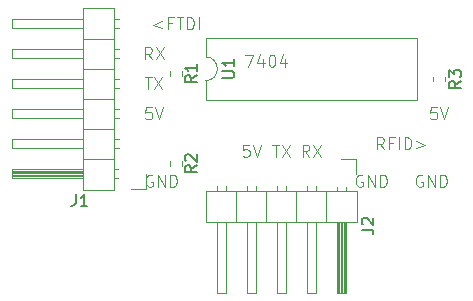
<source format=gbr>
G04 #@! TF.GenerationSoftware,KiCad,Pcbnew,5.0.0-rc3-unknown-14ce5182~65~ubuntu18.04.1*
G04 #@! TF.CreationDate,2018-07-15T20:03:12+01:00*
G04 #@! TF.ProjectId,SEN-14066-adapter,53454E2D31343036362D616461707465,rev?*
G04 #@! TF.SameCoordinates,Original*
G04 #@! TF.FileFunction,Legend,Top*
G04 #@! TF.FilePolarity,Positive*
%FSLAX46Y46*%
G04 Gerber Fmt 4.6, Leading zero omitted, Abs format (unit mm)*
G04 Created by KiCad (PCBNEW 5.0.0-rc3-unknown-14ce5182~65~ubuntu18.04.1) date Sun Jul 15 20:03:12 2018*
%MOMM*%
%LPD*%
G01*
G04 APERTURE LIST*
%ADD10C,0.100000*%
%ADD11C,0.120000*%
%ADD12C,0.150000*%
G04 APERTURE END LIST*
D10*
X73168095Y-63587380D02*
X73834761Y-63587380D01*
X73406190Y-64587380D01*
X74644285Y-63920714D02*
X74644285Y-64587380D01*
X74406190Y-63539761D02*
X74168095Y-64254047D01*
X74787142Y-64254047D01*
X75358571Y-63587380D02*
X75453809Y-63587380D01*
X75549047Y-63635000D01*
X75596666Y-63682619D01*
X75644285Y-63777857D01*
X75691904Y-63968333D01*
X75691904Y-64206428D01*
X75644285Y-64396904D01*
X75596666Y-64492142D01*
X75549047Y-64539761D01*
X75453809Y-64587380D01*
X75358571Y-64587380D01*
X75263333Y-64539761D01*
X75215714Y-64492142D01*
X75168095Y-64396904D01*
X75120476Y-64206428D01*
X75120476Y-63968333D01*
X75168095Y-63777857D01*
X75215714Y-63682619D01*
X75263333Y-63635000D01*
X75358571Y-63587380D01*
X76549047Y-63920714D02*
X76549047Y-64587380D01*
X76310952Y-63539761D02*
X76072857Y-64254047D01*
X76691904Y-64254047D01*
X73469523Y-71207380D02*
X72993333Y-71207380D01*
X72945714Y-71683571D01*
X72993333Y-71635952D01*
X73088571Y-71588333D01*
X73326666Y-71588333D01*
X73421904Y-71635952D01*
X73469523Y-71683571D01*
X73517142Y-71778809D01*
X73517142Y-72016904D01*
X73469523Y-72112142D01*
X73421904Y-72159761D01*
X73326666Y-72207380D01*
X73088571Y-72207380D01*
X72993333Y-72159761D01*
X72945714Y-72112142D01*
X73802857Y-71207380D02*
X74136190Y-72207380D01*
X74469523Y-71207380D01*
X78573333Y-72207380D02*
X78240000Y-71731190D01*
X78001904Y-72207380D02*
X78001904Y-71207380D01*
X78382857Y-71207380D01*
X78478095Y-71255000D01*
X78525714Y-71302619D01*
X78573333Y-71397857D01*
X78573333Y-71540714D01*
X78525714Y-71635952D01*
X78478095Y-71683571D01*
X78382857Y-71731190D01*
X78001904Y-71731190D01*
X78906666Y-71207380D02*
X79573333Y-72207380D01*
X79573333Y-71207380D02*
X78906666Y-72207380D01*
X75438095Y-71207380D02*
X76009523Y-71207380D01*
X75723809Y-72207380D02*
X75723809Y-71207380D01*
X76247619Y-71207380D02*
X76914285Y-72207380D01*
X76914285Y-71207380D02*
X76247619Y-72207380D01*
X65238333Y-63952380D02*
X64905000Y-63476190D01*
X64666904Y-63952380D02*
X64666904Y-62952380D01*
X65047857Y-62952380D01*
X65143095Y-63000000D01*
X65190714Y-63047619D01*
X65238333Y-63142857D01*
X65238333Y-63285714D01*
X65190714Y-63380952D01*
X65143095Y-63428571D01*
X65047857Y-63476190D01*
X64666904Y-63476190D01*
X65571666Y-62952380D02*
X66238333Y-63952380D01*
X66238333Y-62952380D02*
X65571666Y-63952380D01*
X64643095Y-65492380D02*
X65214523Y-65492380D01*
X64928809Y-66492380D02*
X64928809Y-65492380D01*
X65452619Y-65492380D02*
X66119285Y-66492380D01*
X66119285Y-65492380D02*
X65452619Y-66492380D01*
X89344523Y-68032380D02*
X88868333Y-68032380D01*
X88820714Y-68508571D01*
X88868333Y-68460952D01*
X88963571Y-68413333D01*
X89201666Y-68413333D01*
X89296904Y-68460952D01*
X89344523Y-68508571D01*
X89392142Y-68603809D01*
X89392142Y-68841904D01*
X89344523Y-68937142D01*
X89296904Y-68984761D01*
X89201666Y-69032380D01*
X88963571Y-69032380D01*
X88868333Y-68984761D01*
X88820714Y-68937142D01*
X89677857Y-68032380D02*
X90011190Y-69032380D01*
X90344523Y-68032380D01*
X65278095Y-73795000D02*
X65182857Y-73747380D01*
X65040000Y-73747380D01*
X64897142Y-73795000D01*
X64801904Y-73890238D01*
X64754285Y-73985476D01*
X64706666Y-74175952D01*
X64706666Y-74318809D01*
X64754285Y-74509285D01*
X64801904Y-74604523D01*
X64897142Y-74699761D01*
X65040000Y-74747380D01*
X65135238Y-74747380D01*
X65278095Y-74699761D01*
X65325714Y-74652142D01*
X65325714Y-74318809D01*
X65135238Y-74318809D01*
X65754285Y-74747380D02*
X65754285Y-73747380D01*
X66325714Y-74747380D01*
X66325714Y-73747380D01*
X66801904Y-74747380D02*
X66801904Y-73747380D01*
X67040000Y-73747380D01*
X67182857Y-73795000D01*
X67278095Y-73890238D01*
X67325714Y-73985476D01*
X67373333Y-74175952D01*
X67373333Y-74318809D01*
X67325714Y-74509285D01*
X67278095Y-74604523D01*
X67182857Y-74699761D01*
X67040000Y-74747380D01*
X66801904Y-74747380D01*
X65214523Y-68032380D02*
X64738333Y-68032380D01*
X64690714Y-68508571D01*
X64738333Y-68460952D01*
X64833571Y-68413333D01*
X65071666Y-68413333D01*
X65166904Y-68460952D01*
X65214523Y-68508571D01*
X65262142Y-68603809D01*
X65262142Y-68841904D01*
X65214523Y-68937142D01*
X65166904Y-68984761D01*
X65071666Y-69032380D01*
X64833571Y-69032380D01*
X64738333Y-68984761D01*
X64690714Y-68937142D01*
X65547857Y-68032380D02*
X65881190Y-69032380D01*
X66214523Y-68032380D01*
X83058095Y-73795000D02*
X82962857Y-73747380D01*
X82820000Y-73747380D01*
X82677142Y-73795000D01*
X82581904Y-73890238D01*
X82534285Y-73985476D01*
X82486666Y-74175952D01*
X82486666Y-74318809D01*
X82534285Y-74509285D01*
X82581904Y-74604523D01*
X82677142Y-74699761D01*
X82820000Y-74747380D01*
X82915238Y-74747380D01*
X83058095Y-74699761D01*
X83105714Y-74652142D01*
X83105714Y-74318809D01*
X82915238Y-74318809D01*
X83534285Y-74747380D02*
X83534285Y-73747380D01*
X84105714Y-74747380D01*
X84105714Y-73747380D01*
X84581904Y-74747380D02*
X84581904Y-73747380D01*
X84820000Y-73747380D01*
X84962857Y-73795000D01*
X85058095Y-73890238D01*
X85105714Y-73985476D01*
X85153333Y-74175952D01*
X85153333Y-74318809D01*
X85105714Y-74509285D01*
X85058095Y-74604523D01*
X84962857Y-74699761D01*
X84820000Y-74747380D01*
X84581904Y-74747380D01*
X88138095Y-73795000D02*
X88042857Y-73747380D01*
X87900000Y-73747380D01*
X87757142Y-73795000D01*
X87661904Y-73890238D01*
X87614285Y-73985476D01*
X87566666Y-74175952D01*
X87566666Y-74318809D01*
X87614285Y-74509285D01*
X87661904Y-74604523D01*
X87757142Y-74699761D01*
X87900000Y-74747380D01*
X87995238Y-74747380D01*
X88138095Y-74699761D01*
X88185714Y-74652142D01*
X88185714Y-74318809D01*
X87995238Y-74318809D01*
X88614285Y-74747380D02*
X88614285Y-73747380D01*
X89185714Y-74747380D01*
X89185714Y-73747380D01*
X89661904Y-74747380D02*
X89661904Y-73747380D01*
X89900000Y-73747380D01*
X90042857Y-73795000D01*
X90138095Y-73890238D01*
X90185714Y-73985476D01*
X90233333Y-74175952D01*
X90233333Y-74318809D01*
X90185714Y-74509285D01*
X90138095Y-74604523D01*
X90042857Y-74699761D01*
X89900000Y-74747380D01*
X89661904Y-74747380D01*
X66143333Y-60745714D02*
X65381428Y-61031428D01*
X66143333Y-61317142D01*
X66952857Y-60888571D02*
X66619523Y-60888571D01*
X66619523Y-61412380D02*
X66619523Y-60412380D01*
X67095714Y-60412380D01*
X67333809Y-60412380D02*
X67905238Y-60412380D01*
X67619523Y-61412380D02*
X67619523Y-60412380D01*
X68238571Y-61412380D02*
X68238571Y-60412380D01*
X68476666Y-60412380D01*
X68619523Y-60460000D01*
X68714761Y-60555238D01*
X68762380Y-60650476D01*
X68810000Y-60840952D01*
X68810000Y-60983809D01*
X68762380Y-61174285D01*
X68714761Y-61269523D01*
X68619523Y-61364761D01*
X68476666Y-61412380D01*
X68238571Y-61412380D01*
X69238571Y-61412380D02*
X69238571Y-60412380D01*
X84883809Y-71572380D02*
X84550476Y-71096190D01*
X84312380Y-71572380D02*
X84312380Y-70572380D01*
X84693333Y-70572380D01*
X84788571Y-70620000D01*
X84836190Y-70667619D01*
X84883809Y-70762857D01*
X84883809Y-70905714D01*
X84836190Y-71000952D01*
X84788571Y-71048571D01*
X84693333Y-71096190D01*
X84312380Y-71096190D01*
X85645714Y-71048571D02*
X85312380Y-71048571D01*
X85312380Y-71572380D02*
X85312380Y-70572380D01*
X85788571Y-70572380D01*
X86169523Y-71572380D02*
X86169523Y-70572380D01*
X86645714Y-71572380D02*
X86645714Y-70572380D01*
X86883809Y-70572380D01*
X87026666Y-70620000D01*
X87121904Y-70715238D01*
X87169523Y-70810476D01*
X87217142Y-71000952D01*
X87217142Y-71143809D01*
X87169523Y-71334285D01*
X87121904Y-71429523D01*
X87026666Y-71524761D01*
X86883809Y-71572380D01*
X86645714Y-71572380D01*
X87645714Y-70905714D02*
X88407619Y-71191428D01*
X87645714Y-71477142D01*
D11*
G04 #@! TO.C,U1*
X69790000Y-63770000D02*
G75*
G02X69790000Y-65770000I0J-1000000D01*
G01*
X69790000Y-65770000D02*
X69790000Y-67420000D01*
X69790000Y-67420000D02*
X87690000Y-67420000D01*
X87690000Y-67420000D02*
X87690000Y-62120000D01*
X87690000Y-62120000D02*
X69790000Y-62120000D01*
X69790000Y-62120000D02*
X69790000Y-63770000D01*
G04 #@! TO.C,J1*
X62060000Y-74990000D02*
X62060000Y-59630000D01*
X62060000Y-59630000D02*
X59400000Y-59630000D01*
X59400000Y-59630000D02*
X59400000Y-74990000D01*
X59400000Y-74990000D02*
X62060000Y-74990000D01*
X59400000Y-74040000D02*
X53400000Y-74040000D01*
X53400000Y-74040000D02*
X53400000Y-73280000D01*
X53400000Y-73280000D02*
X59400000Y-73280000D01*
X59400000Y-73980000D02*
X53400000Y-73980000D01*
X59400000Y-73860000D02*
X53400000Y-73860000D01*
X59400000Y-73740000D02*
X53400000Y-73740000D01*
X59400000Y-73620000D02*
X53400000Y-73620000D01*
X59400000Y-73500000D02*
X53400000Y-73500000D01*
X59400000Y-73380000D02*
X53400000Y-73380000D01*
X62390000Y-74040000D02*
X62060000Y-74040000D01*
X62390000Y-73280000D02*
X62060000Y-73280000D01*
X62060000Y-72390000D02*
X59400000Y-72390000D01*
X59400000Y-71500000D02*
X53400000Y-71500000D01*
X53400000Y-71500000D02*
X53400000Y-70740000D01*
X53400000Y-70740000D02*
X59400000Y-70740000D01*
X62457071Y-71500000D02*
X62060000Y-71500000D01*
X62457071Y-70740000D02*
X62060000Y-70740000D01*
X62060000Y-69850000D02*
X59400000Y-69850000D01*
X59400000Y-68960000D02*
X53400000Y-68960000D01*
X53400000Y-68960000D02*
X53400000Y-68200000D01*
X53400000Y-68200000D02*
X59400000Y-68200000D01*
X62457071Y-68960000D02*
X62060000Y-68960000D01*
X62457071Y-68200000D02*
X62060000Y-68200000D01*
X62060000Y-67310000D02*
X59400000Y-67310000D01*
X59400000Y-66420000D02*
X53400000Y-66420000D01*
X53400000Y-66420000D02*
X53400000Y-65660000D01*
X53400000Y-65660000D02*
X59400000Y-65660000D01*
X62457071Y-66420000D02*
X62060000Y-66420000D01*
X62457071Y-65660000D02*
X62060000Y-65660000D01*
X62060000Y-64770000D02*
X59400000Y-64770000D01*
X59400000Y-63880000D02*
X53400000Y-63880000D01*
X53400000Y-63880000D02*
X53400000Y-63120000D01*
X53400000Y-63120000D02*
X59400000Y-63120000D01*
X62457071Y-63880000D02*
X62060000Y-63880000D01*
X62457071Y-63120000D02*
X62060000Y-63120000D01*
X62060000Y-62230000D02*
X59400000Y-62230000D01*
X59400000Y-61340000D02*
X53400000Y-61340000D01*
X53400000Y-61340000D02*
X53400000Y-60580000D01*
X53400000Y-60580000D02*
X59400000Y-60580000D01*
X62457071Y-61340000D02*
X62060000Y-61340000D01*
X62457071Y-60580000D02*
X62060000Y-60580000D01*
X64770000Y-73660000D02*
X64770000Y-74930000D01*
X64770000Y-74930000D02*
X63500000Y-74930000D01*
G04 #@! TO.C,J2*
X82610000Y-75100000D02*
X69790000Y-75100000D01*
X69790000Y-75100000D02*
X69790000Y-77760000D01*
X69790000Y-77760000D02*
X82610000Y-77760000D01*
X82610000Y-77760000D02*
X82610000Y-75100000D01*
X81660000Y-77760000D02*
X81660000Y-83760000D01*
X81660000Y-83760000D02*
X80900000Y-83760000D01*
X80900000Y-83760000D02*
X80900000Y-77760000D01*
X81600000Y-77760000D02*
X81600000Y-83760000D01*
X81480000Y-77760000D02*
X81480000Y-83760000D01*
X81360000Y-77760000D02*
X81360000Y-83760000D01*
X81240000Y-77760000D02*
X81240000Y-83760000D01*
X81120000Y-77760000D02*
X81120000Y-83760000D01*
X81000000Y-77760000D02*
X81000000Y-83760000D01*
X81660000Y-74770000D02*
X81660000Y-75100000D01*
X80900000Y-74770000D02*
X80900000Y-75100000D01*
X80010000Y-75100000D02*
X80010000Y-77760000D01*
X79120000Y-77760000D02*
X79120000Y-83760000D01*
X79120000Y-83760000D02*
X78360000Y-83760000D01*
X78360000Y-83760000D02*
X78360000Y-77760000D01*
X79120000Y-74702929D02*
X79120000Y-75100000D01*
X78360000Y-74702929D02*
X78360000Y-75100000D01*
X77470000Y-75100000D02*
X77470000Y-77760000D01*
X76580000Y-77760000D02*
X76580000Y-83760000D01*
X76580000Y-83760000D02*
X75820000Y-83760000D01*
X75820000Y-83760000D02*
X75820000Y-77760000D01*
X76580000Y-74702929D02*
X76580000Y-75100000D01*
X75820000Y-74702929D02*
X75820000Y-75100000D01*
X74930000Y-75100000D02*
X74930000Y-77760000D01*
X74040000Y-77760000D02*
X74040000Y-83760000D01*
X74040000Y-83760000D02*
X73280000Y-83760000D01*
X73280000Y-83760000D02*
X73280000Y-77760000D01*
X74040000Y-74702929D02*
X74040000Y-75100000D01*
X73280000Y-74702929D02*
X73280000Y-75100000D01*
X72390000Y-75100000D02*
X72390000Y-77760000D01*
X71500000Y-77760000D02*
X71500000Y-83760000D01*
X71500000Y-83760000D02*
X70740000Y-83760000D01*
X70740000Y-83760000D02*
X70740000Y-77760000D01*
X71500000Y-74702929D02*
X71500000Y-75100000D01*
X70740000Y-74702929D02*
X70740000Y-75100000D01*
X81280000Y-72390000D02*
X82550000Y-72390000D01*
X82550000Y-72390000D02*
X82550000Y-73660000D01*
G04 #@! TO.C,R1*
X66800000Y-65336267D02*
X66800000Y-64993733D01*
X67820000Y-65336267D02*
X67820000Y-64993733D01*
G04 #@! TO.C,R2*
X67820000Y-72956267D02*
X67820000Y-72613733D01*
X66800000Y-72956267D02*
X66800000Y-72613733D01*
G04 #@! TO.C,R3*
X90045000Y-65473733D02*
X90045000Y-65816267D01*
X89025000Y-65473733D02*
X89025000Y-65816267D01*
G04 #@! TO.C,U1*
D12*
X71207380Y-65531904D02*
X72016904Y-65531904D01*
X72112142Y-65484285D01*
X72159761Y-65436666D01*
X72207380Y-65341428D01*
X72207380Y-65150952D01*
X72159761Y-65055714D01*
X72112142Y-65008095D01*
X72016904Y-64960476D01*
X71207380Y-64960476D01*
X72207380Y-63960476D02*
X72207380Y-64531904D01*
X72207380Y-64246190D02*
X71207380Y-64246190D01*
X71350238Y-64341428D01*
X71445476Y-64436666D01*
X71493095Y-64531904D01*
G04 #@! TO.C,J1*
X58781666Y-75382380D02*
X58781666Y-76096666D01*
X58734047Y-76239523D01*
X58638809Y-76334761D01*
X58495952Y-76382380D01*
X58400714Y-76382380D01*
X59781666Y-76382380D02*
X59210238Y-76382380D01*
X59495952Y-76382380D02*
X59495952Y-75382380D01*
X59400714Y-75525238D01*
X59305476Y-75620476D01*
X59210238Y-75668095D01*
G04 #@! TO.C,J2*
X83002380Y-78378333D02*
X83716666Y-78378333D01*
X83859523Y-78425952D01*
X83954761Y-78521190D01*
X84002380Y-78664047D01*
X84002380Y-78759285D01*
X83097619Y-77949761D02*
X83050000Y-77902142D01*
X83002380Y-77806904D01*
X83002380Y-77568809D01*
X83050000Y-77473571D01*
X83097619Y-77425952D01*
X83192857Y-77378333D01*
X83288095Y-77378333D01*
X83430952Y-77425952D01*
X84002380Y-77997380D01*
X84002380Y-77378333D01*
G04 #@! TO.C,R1*
X69032380Y-65331666D02*
X68556190Y-65665000D01*
X69032380Y-65903095D02*
X68032380Y-65903095D01*
X68032380Y-65522142D01*
X68080000Y-65426904D01*
X68127619Y-65379285D01*
X68222857Y-65331666D01*
X68365714Y-65331666D01*
X68460952Y-65379285D01*
X68508571Y-65426904D01*
X68556190Y-65522142D01*
X68556190Y-65903095D01*
X69032380Y-64379285D02*
X69032380Y-64950714D01*
X69032380Y-64665000D02*
X68032380Y-64665000D01*
X68175238Y-64760238D01*
X68270476Y-64855476D01*
X68318095Y-64950714D01*
G04 #@! TO.C,R2*
X69032380Y-72951666D02*
X68556190Y-73285000D01*
X69032380Y-73523095D02*
X68032380Y-73523095D01*
X68032380Y-73142142D01*
X68080000Y-73046904D01*
X68127619Y-72999285D01*
X68222857Y-72951666D01*
X68365714Y-72951666D01*
X68460952Y-72999285D01*
X68508571Y-73046904D01*
X68556190Y-73142142D01*
X68556190Y-73523095D01*
X68127619Y-72570714D02*
X68080000Y-72523095D01*
X68032380Y-72427857D01*
X68032380Y-72189761D01*
X68080000Y-72094523D01*
X68127619Y-72046904D01*
X68222857Y-71999285D01*
X68318095Y-71999285D01*
X68460952Y-72046904D01*
X69032380Y-72618333D01*
X69032380Y-71999285D01*
G04 #@! TO.C,R3*
X91417380Y-65811666D02*
X90941190Y-66145000D01*
X91417380Y-66383095D02*
X90417380Y-66383095D01*
X90417380Y-66002142D01*
X90465000Y-65906904D01*
X90512619Y-65859285D01*
X90607857Y-65811666D01*
X90750714Y-65811666D01*
X90845952Y-65859285D01*
X90893571Y-65906904D01*
X90941190Y-66002142D01*
X90941190Y-66383095D01*
X90417380Y-65478333D02*
X90417380Y-64859285D01*
X90798333Y-65192619D01*
X90798333Y-65049761D01*
X90845952Y-64954523D01*
X90893571Y-64906904D01*
X90988809Y-64859285D01*
X91226904Y-64859285D01*
X91322142Y-64906904D01*
X91369761Y-64954523D01*
X91417380Y-65049761D01*
X91417380Y-65335476D01*
X91369761Y-65430714D01*
X91322142Y-65478333D01*
G04 #@! TD*
M02*

</source>
